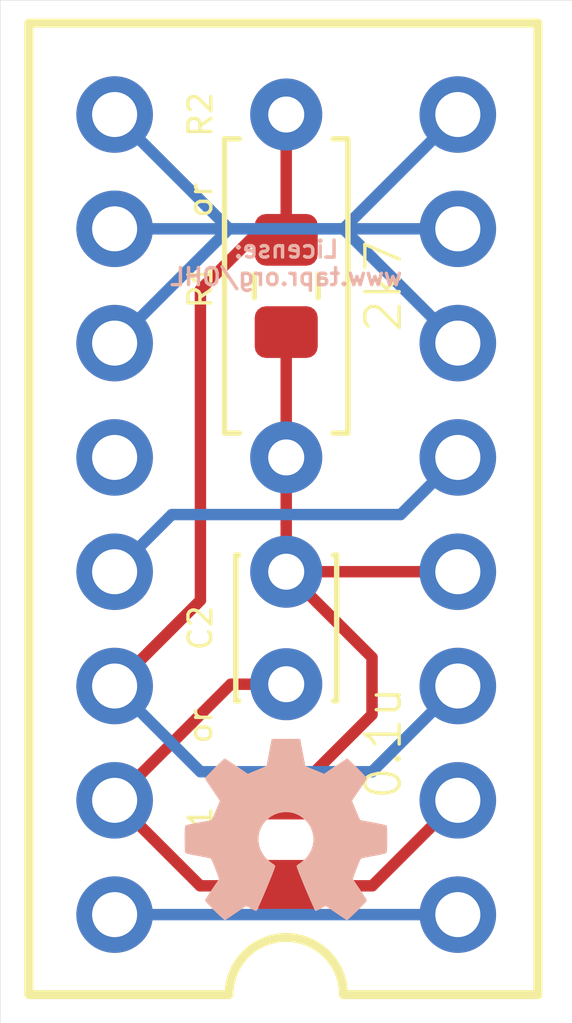
<source format=kicad_pcb>
(kicad_pcb (version 20171130) (host pcbnew "(5.1.2)-1")

  (general
    (thickness 1.6)
    (drawings 13)
    (tracks 34)
    (zones 0)
    (modules 7)
    (nets 8)
  )

  (page A4)
  (layers
    (0 F.Cu signal)
    (31 B.Cu signal)
    (33 F.Adhes user)
    (36 B.SilkS user hide)
    (37 F.SilkS user)
    (38 B.Mask user hide)
    (39 F.Mask user hide)
    (40 Dwgs.User user hide)
    (41 Cmts.User user hide)
    (42 Eco1.User user hide)
    (43 Eco2.User user hide)
    (44 Edge.Cuts user)
    (45 Margin user hide)
    (46 B.CrtYd user hide)
    (47 F.CrtYd user hide)
    (48 B.Fab user hide)
    (49 F.Fab user hide)
  )

  (setup
    (last_trace_width 0.1524)
    (user_trace_width 0.254)
    (user_trace_width 1.27)
    (trace_clearance 0.1524)
    (zone_clearance 0.508)
    (zone_45_only no)
    (trace_min 0.1524)
    (via_size 0.508)
    (via_drill 0.254)
    (via_min_size 0.508)
    (via_min_drill 0.254)
    (uvia_size 0.508)
    (uvia_drill 0.254)
    (uvias_allowed no)
    (uvia_min_size 0.2)
    (uvia_min_drill 0.1)
    (edge_width 0.15)
    (segment_width 0.2)
    (pcb_text_width 0.3)
    (pcb_text_size 1.5 1.5)
    (mod_edge_width 0.15)
    (mod_text_size 1 1)
    (mod_text_width 0.15)
    (pad_size 1.7 1.7)
    (pad_drill 1)
    (pad_to_mask_clearance 0.0508)
    (aux_axis_origin 0 0)
    (visible_elements 7FFFEFFF)
    (pcbplotparams
      (layerselection 0x010f0_ffffffff)
      (usegerberextensions false)
      (usegerberattributes false)
      (usegerberadvancedattributes false)
      (creategerberjobfile false)
      (excludeedgelayer true)
      (linewidth 0.100000)
      (plotframeref false)
      (viasonmask false)
      (mode 1)
      (useauxorigin false)
      (hpglpennumber 1)
      (hpglpenspeed 20)
      (hpglpendiameter 15.000000)
      (psnegative false)
      (psa4output false)
      (plotreference true)
      (plotvalue true)
      (plotinvisibletext false)
      (padsonsilk false)
      (subtractmaskfromsilk false)
      (outputformat 1)
      (mirror false)
      (drillshape 0)
      (scaleselection 1)
      (outputdirectory "gerber/"))
  )

  (net 0 "")
  (net 1 /HT)
  (net 2 /MIC)
  (net 3 /GND)
  (net 4 "Net-(J1-Pad4)")
  (net 5 /PTT)
  (net 6 /SPK)
  (net 7 /PWR)

  (net_class Default "This is the default net class."
    (clearance 0.1524)
    (trace_width 0.1524)
    (via_dia 0.508)
    (via_drill 0.254)
    (uvia_dia 0.508)
    (uvia_drill 0.254)
    (diff_pair_width 1.524)
    (diff_pair_gap 0.1524)
    (add_net /GND)
    (add_net /HT)
    (add_net /MIC)
    (add_net /PTT)
    (add_net /PWR)
    (add_net /SPK)
    (add_net "Net-(J1-Pad4)")
  )

  (module Symbol:OSHW-Logo_5.7x6mm_SilkScreen (layer B.Cu) (tedit 5D941DC9) (tstamp 5D918372)
    (at 29.21 42.291 180)
    (descr "Open Source Hardware Logo")
    (tags "Logo OSHW")
    (attr virtual)
    (fp_text reference REF** (at 0 0 180) (layer B.SilkS) hide
      (effects (font (size 1 1) (thickness 0.15)) (justify mirror))
    )
    (fp_text value OSHW-Logo_5.7x6mm_SilkScreen (at 1.27 4.445 180) (layer B.Fab) hide
      (effects (font (size 1 1) (thickness 0.15)) (justify mirror))
    )
    (fp_poly (pts (xy 0.376964 2.709982) (xy 0.433812 2.40843) (xy 0.853338 2.235488) (xy 1.104984 2.406605)
      (xy 1.175458 2.45425) (xy 1.239163 2.49679) (xy 1.293126 2.532285) (xy 1.334373 2.55879)
      (xy 1.359934 2.574364) (xy 1.366895 2.577722) (xy 1.379435 2.569086) (xy 1.406231 2.545208)
      (xy 1.44428 2.509141) (xy 1.490579 2.463933) (xy 1.542123 2.412636) (xy 1.595909 2.358299)
      (xy 1.648935 2.303972) (xy 1.698195 2.252705) (xy 1.740687 2.207549) (xy 1.773407 2.171554)
      (xy 1.793351 2.14777) (xy 1.798119 2.13981) (xy 1.791257 2.125135) (xy 1.77202 2.092986)
      (xy 1.74243 2.046508) (xy 1.70451 1.988844) (xy 1.660282 1.92314) (xy 1.634654 1.885664)
      (xy 1.587941 1.817232) (xy 1.546432 1.75548) (xy 1.51214 1.703481) (xy 1.48708 1.664308)
      (xy 1.473264 1.641035) (xy 1.471188 1.636145) (xy 1.475895 1.622245) (xy 1.488723 1.58985)
      (xy 1.507738 1.543515) (xy 1.531003 1.487794) (xy 1.556584 1.427242) (xy 1.582545 1.366414)
      (xy 1.60695 1.309864) (xy 1.627863 1.262148) (xy 1.643349 1.227819) (xy 1.651472 1.211432)
      (xy 1.651952 1.210788) (xy 1.664707 1.207659) (xy 1.698677 1.200679) (xy 1.75034 1.190533)
      (xy 1.816176 1.177908) (xy 1.892664 1.163491) (xy 1.93729 1.155177) (xy 2.019021 1.139616)
      (xy 2.092843 1.124808) (xy 2.155021 1.111564) (xy 2.201822 1.100695) (xy 2.229509 1.093011)
      (xy 2.235074 1.090573) (xy 2.240526 1.07407) (xy 2.244924 1.0368) (xy 2.248272 0.98312)
      (xy 2.250574 0.917388) (xy 2.251832 0.843963) (xy 2.252048 0.767204) (xy 2.251227 0.691468)
      (xy 2.249371 0.621114) (xy 2.246482 0.5605) (xy 2.242565 0.513984) (xy 2.237622 0.485925)
      (xy 2.234657 0.480084) (xy 2.216934 0.473083) (xy 2.179381 0.463073) (xy 2.126964 0.451231)
      (xy 2.064652 0.438733) (xy 2.0429 0.43469) (xy 1.938024 0.41548) (xy 1.85518 0.400009)
      (xy 1.79163 0.387663) (xy 1.744637 0.377827) (xy 1.711463 0.369886) (xy 1.689371 0.363224)
      (xy 1.675624 0.357227) (xy 1.667484 0.351281) (xy 1.666345 0.350106) (xy 1.654977 0.331174)
      (xy 1.637635 0.294331) (xy 1.61605 0.244087) (xy 1.591954 0.184954) (xy 1.567079 0.121444)
      (xy 1.543157 0.058068) (xy 1.521919 -0.000662) (xy 1.505097 -0.050235) (xy 1.494422 -0.086139)
      (xy 1.491627 -0.103862) (xy 1.49186 -0.104483) (xy 1.501331 -0.11897) (xy 1.522818 -0.150844)
      (xy 1.554063 -0.196789) (xy 1.592807 -0.253485) (xy 1.636793 -0.317617) (xy 1.649319 -0.335842)
      (xy 1.693984 -0.401914) (xy 1.733288 -0.4622) (xy 1.765088 -0.513235) (xy 1.787245 -0.55156)
      (xy 1.797617 -0.573711) (xy 1.798119 -0.576432) (xy 1.789405 -0.590736) (xy 1.765325 -0.619072)
      (xy 1.728976 -0.658396) (xy 1.683453 -0.705661) (xy 1.631852 -0.757823) (xy 1.577267 -0.811835)
      (xy 1.522794 -0.864653) (xy 1.471529 -0.913231) (xy 1.426567 -0.954523) (xy 1.391004 -0.985485)
      (xy 1.367935 -1.00307) (xy 1.361554 -1.005941) (xy 1.346699 -0.999178) (xy 1.316286 -0.980939)
      (xy 1.275268 -0.954297) (xy 1.243709 -0.932852) (xy 1.186525 -0.893503) (xy 1.118806 -0.847171)
      (xy 1.05088 -0.800913) (xy 1.014361 -0.776155) (xy 0.890752 -0.692547) (xy 0.786991 -0.74865)
      (xy 0.73972 -0.773228) (xy 0.699523 -0.792331) (xy 0.672326 -0.803227) (xy 0.665402 -0.804743)
      (xy 0.657077 -0.793549) (xy 0.640654 -0.761917) (xy 0.617357 -0.712765) (xy 0.588414 -0.64901)
      (xy 0.55505 -0.573571) (xy 0.518491 -0.489364) (xy 0.479964 -0.399308) (xy 0.440694 -0.306321)
      (xy 0.401908 -0.21332) (xy 0.36483 -0.123223) (xy 0.330689 -0.038948) (xy 0.300708 0.036587)
      (xy 0.276116 0.100466) (xy 0.258136 0.149769) (xy 0.247997 0.181579) (xy 0.246366 0.192504)
      (xy 0.259291 0.206439) (xy 0.287589 0.22906) (xy 0.325346 0.255667) (xy 0.328515 0.257772)
      (xy 0.4261 0.335886) (xy 0.504786 0.427018) (xy 0.563891 0.528255) (xy 0.602732 0.636682)
      (xy 0.620628 0.749386) (xy 0.616897 0.863452) (xy 0.590857 0.975966) (xy 0.541825 1.084015)
      (xy 0.5274 1.107655) (xy 0.452369 1.203113) (xy 0.36373 1.279768) (xy 0.264549 1.33722)
      (xy 0.157895 1.375071) (xy 0.046836 1.392922) (xy -0.065561 1.390375) (xy -0.176227 1.36703)
      (xy -0.282094 1.32249) (xy -0.380095 1.256355) (xy -0.41041 1.229513) (xy -0.487562 1.145488)
      (xy -0.543782 1.057034) (xy -0.582347 0.957885) (xy -0.603826 0.859697) (xy -0.609128 0.749303)
      (xy -0.591448 0.63836) (xy -0.552581 0.530619) (xy -0.494323 0.429831) (xy -0.418469 0.339744)
      (xy -0.326817 0.264108) (xy -0.314772 0.256136) (xy -0.276611 0.230026) (xy -0.247601 0.207405)
      (xy -0.233732 0.192961) (xy -0.233531 0.192504) (xy -0.236508 0.176879) (xy -0.248311 0.141418)
      (xy -0.267714 0.089038) (xy -0.293488 0.022655) (xy -0.324409 -0.054814) (xy -0.359249 -0.14045)
      (xy -0.396783 -0.231337) (xy -0.435783 -0.324559) (xy -0.475023 -0.417197) (xy -0.513276 -0.506335)
      (xy -0.549317 -0.589055) (xy -0.581917 -0.662441) (xy -0.609852 -0.723575) (xy -0.631895 -0.769541)
      (xy -0.646818 -0.797421) (xy -0.652828 -0.804743) (xy -0.671191 -0.799041) (xy -0.705552 -0.783749)
      (xy -0.749984 -0.761599) (xy -0.774417 -0.74865) (xy -0.878178 -0.692547) (xy -1.001787 -0.776155)
      (xy -1.064886 -0.818987) (xy -1.13397 -0.866122) (xy -1.198707 -0.910503) (xy -1.231134 -0.932852)
      (xy -1.276741 -0.963477) (xy -1.31536 -0.987747) (xy -1.341952 -1.002587) (xy -1.35059 -1.005724)
      (xy -1.363161 -0.997261) (xy -1.390984 -0.973636) (xy -1.431361 -0.937302) (xy -1.481595 -0.890711)
      (xy -1.538988 -0.836317) (xy -1.575286 -0.801392) (xy -1.63879 -0.738996) (xy -1.693673 -0.683188)
      (xy -1.737714 -0.636354) (xy -1.768695 -0.600882) (xy -1.784398 -0.579161) (xy -1.785905 -0.574752)
      (xy -1.778914 -0.557985) (xy -1.759594 -0.524082) (xy -1.730091 -0.476476) (xy -1.692545 -0.418599)
      (xy -1.6491 -0.353884) (xy -1.636745 -0.335842) (xy -1.591727 -0.270267) (xy -1.55134 -0.211228)
      (xy -1.51784 -0.162042) (xy -1.493486 -0.126028) (xy -1.480536 -0.106502) (xy -1.479285 -0.104483)
      (xy -1.481156 -0.088922) (xy -1.491087 -0.054709) (xy -1.507347 -0.006355) (xy -1.528205 0.051629)
      (xy -1.551927 0.11473) (xy -1.576784 0.178437) (xy -1.601042 0.238239) (xy -1.622971 0.289624)
      (xy -1.640838 0.328081) (xy -1.652913 0.349098) (xy -1.653771 0.350106) (xy -1.661154 0.356112)
      (xy -1.673625 0.362052) (xy -1.69392 0.36854) (xy -1.724778 0.376191) (xy -1.768934 0.38562)
      (xy -1.829126 0.397441) (xy -1.908093 0.412271) (xy -2.00857 0.430723) (xy -2.030325 0.43469)
      (xy -2.094802 0.447147) (xy -2.151011 0.459334) (xy -2.193987 0.470074) (xy -2.21876 0.478191)
      (xy -2.222082 0.480084) (xy -2.227556 0.496862) (xy -2.232006 0.534355) (xy -2.235428 0.588206)
      (xy -2.237819 0.654056) (xy -2.239177 0.727547) (xy -2.239499 0.80432) (xy -2.238781 0.880017)
      (xy -2.237021 0.95028) (xy -2.234216 1.01075) (xy -2.230362 1.05707) (xy -2.225457 1.084881)
      (xy -2.2225 1.090573) (xy -2.206037 1.096314) (xy -2.168551 1.105655) (xy -2.113775 1.117785)
      (xy -2.045445 1.131893) (xy -1.967294 1.14717) (xy -1.924716 1.155177) (xy -1.843929 1.170279)
      (xy -1.771887 1.18396) (xy -1.712111 1.195533) (xy -1.668121 1.204313) (xy -1.643439 1.209613)
      (xy -1.639377 1.210788) (xy -1.632511 1.224035) (xy -1.617998 1.255943) (xy -1.597771 1.301953)
      (xy -1.573766 1.357508) (xy -1.547918 1.418047) (xy -1.52216 1.479014) (xy -1.498427 1.535849)
      (xy -1.478654 1.583994) (xy -1.464776 1.61889) (xy -1.458726 1.635979) (xy -1.458614 1.636726)
      (xy -1.465472 1.650207) (xy -1.484698 1.68123) (xy -1.514272 1.726711) (xy -1.552173 1.783568)
      (xy -1.59638 1.848717) (xy -1.622079 1.886138) (xy -1.668907 1.954753) (xy -1.710499 2.017048)
      (xy -1.744825 2.069871) (xy -1.769857 2.110073) (xy -1.783565 2.1345) (xy -1.785544 2.139976)
      (xy -1.777034 2.152722) (xy -1.753507 2.179937) (xy -1.717968 2.218572) (xy -1.673423 2.265577)
      (xy -1.622877 2.317905) (xy -1.569336 2.372505) (xy -1.515805 2.42633) (xy -1.465289 2.47633)
      (xy -1.420794 2.519457) (xy -1.385325 2.552661) (xy -1.361887 2.572894) (xy -1.354046 2.577722)
      (xy -1.34128 2.570933) (xy -1.310744 2.551858) (xy -1.26541 2.522439) (xy -1.208244 2.484619)
      (xy -1.142216 2.440339) (xy -1.09241 2.406605) (xy -0.840764 2.235488) (xy -0.631001 2.321959)
      (xy -0.421237 2.40843) (xy -0.364389 2.709982) (xy -0.30754 3.011534) (xy 0.320115 3.011534)
      (xy 0.376964 2.709982)) (layer B.SilkS) (width 0.01))
  )

  (module Connector_PinHeader_2.54mm:PinHeader_1x08_P2.54mm_Vertical (layer F.Cu) (tedit 5D941814) (tstamp 5BF962C6)
    (at 33.02 43.18 180)
    (descr "Through hole straight pin header, 1x08, 2.54mm pitch, single row")
    (tags "Through hole pin header THT 1x08 2.54mm single row")
    (path /5BD4A707)
    (fp_text reference J2 (at 0 -2.33 180) (layer F.Fab) hide
      (effects (font (size 1 1) (thickness 0.15)))
    )
    (fp_text value RJ45 (at 0 20.11 180) (layer F.Fab)
      (effects (font (size 1 1) (thickness 0.15)))
    )
    (fp_text user %R (at 0 8.89 270) (layer F.Fab)
      (effects (font (size 1 1) (thickness 0.15)))
    )
    (fp_line (start 1.8 -1.8) (end -1.8 -1.8) (layer F.CrtYd) (width 0.05))
    (fp_line (start 1.8 19.55) (end 1.8 -1.8) (layer F.CrtYd) (width 0.05))
    (fp_line (start -1.8 19.55) (end 1.8 19.55) (layer F.CrtYd) (width 0.05))
    (fp_line (start -1.8 -1.8) (end -1.8 19.55) (layer F.CrtYd) (width 0.05))
    (fp_line (start -1.27 -0.635) (end -0.635 -1.27) (layer F.Fab) (width 0.1))
    (fp_line (start -1.27 19.05) (end -1.27 -0.635) (layer F.Fab) (width 0.1))
    (fp_line (start 1.27 19.05) (end -1.27 19.05) (layer F.Fab) (width 0.1))
    (fp_line (start 1.27 -1.27) (end 1.27 19.05) (layer F.Fab) (width 0.1))
    (fp_line (start -0.635 -1.27) (end 1.27 -1.27) (layer F.Fab) (width 0.1))
    (pad 8 thru_hole oval (at 0 17.78 180) (size 1.7 1.7) (drill 1) (layers *.Cu *.Mask)
      (net 3 /GND))
    (pad 7 thru_hole oval (at 0 15.24 180) (size 1.7 1.7) (drill 1) (layers *.Cu *.Mask)
      (net 3 /GND))
    (pad 6 thru_hole oval (at 0 12.7 180) (size 1.7 1.7) (drill 1) (layers *.Cu *.Mask)
      (net 3 /GND))
    (pad 5 thru_hole oval (at 0 10.16 180) (size 1.7 1.7) (drill 1) (layers *.Cu *.Mask)
      (net 7 /PWR))
    (pad 4 thru_hole oval (at 0 7.62 180) (size 1.7 1.7) (drill 1) (layers *.Cu *.Mask)
      (net 1 /HT))
    (pad 3 thru_hole oval (at 0 5.08 180) (size 1.7 1.7) (drill 1) (layers *.Cu *.Mask)
      (net 5 /PTT))
    (pad 2 thru_hole oval (at 0 2.54 180) (size 1.7 1.7) (drill 1) (layers *.Cu *.Mask)
      (net 2 /MIC))
    (pad 1 thru_hole circle (at 0 0 180) (size 1.7 1.7) (drill 1) (layers *.Cu *.Mask)
      (net 6 /SPK))
    (model ${KIPRJMOD}/3dmodels/PinHeader_1x08_P2.54mm_Vertical_Circular.stp
      (offset (xyz 0 -8.890000000000001 -1.651))
      (scale (xyz 1 1 1))
      (rotate (xyz 90 0 90))
    )
  )

  (module Connector_PinHeader_2.54mm:PinHeader_1x08_P2.54mm_Vertical (layer F.Cu) (tedit 5D9417F7) (tstamp 5BF96317)
    (at 25.4 25.4)
    (descr "Through hole straight pin header, 1x08, 2.54mm pitch, single row")
    (tags "Through hole pin header THT 1x08 2.54mm single row")
    (path /5BD4A6A0)
    (fp_text reference J1 (at 0 -2.33) (layer F.Fab) hide
      (effects (font (size 1 1) (thickness 0.15)))
    )
    (fp_text value Signalink (at 0 20.11) (layer F.Fab)
      (effects (font (size 1 1) (thickness 0.15)))
    )
    (fp_text user %R (at 0 8.89 90) (layer F.Fab)
      (effects (font (size 1 1) (thickness 0.15)))
    )
    (fp_line (start 1.8 -1.8) (end -1.8 -1.8) (layer F.CrtYd) (width 0.05))
    (fp_line (start 1.8 19.55) (end 1.8 -1.8) (layer F.CrtYd) (width 0.05))
    (fp_line (start -1.8 19.55) (end 1.8 19.55) (layer F.CrtYd) (width 0.05))
    (fp_line (start -1.8 -1.8) (end -1.8 19.55) (layer F.CrtYd) (width 0.05))
    (fp_line (start -1.27 -0.635) (end -0.635 -1.27) (layer F.Fab) (width 0.1))
    (fp_line (start -1.27 19.05) (end -1.27 -0.635) (layer F.Fab) (width 0.1))
    (fp_line (start 1.27 19.05) (end -1.27 19.05) (layer F.Fab) (width 0.1))
    (fp_line (start 1.27 -1.27) (end 1.27 19.05) (layer F.Fab) (width 0.1))
    (fp_line (start -0.635 -1.27) (end 1.27 -1.27) (layer F.Fab) (width 0.1))
    (pad 8 thru_hole oval (at 0 17.78) (size 1.7 1.7) (drill 1) (layers *.Cu *.Mask)
      (net 6 /SPK))
    (pad 7 thru_hole oval (at 0 15.24) (size 1.7 1.7) (drill 1) (layers *.Cu *.Mask)
      (net 2 /MIC))
    (pad 6 thru_hole oval (at 0 12.7) (size 1.7 1.7) (drill 1) (layers *.Cu *.Mask)
      (net 5 /PTT))
    (pad 5 thru_hole oval (at 0 10.16) (size 1.7 1.7) (drill 1) (layers *.Cu *.Mask)
      (net 7 /PWR))
    (pad 4 thru_hole oval (at 0 7.62) (size 1.7 1.7) (drill 1) (layers *.Cu *.Mask)
      (net 4 "Net-(J1-Pad4)"))
    (pad 3 thru_hole oval (at 0 5.08) (size 1.7 1.7) (drill 1) (layers *.Cu *.Mask)
      (net 3 /GND))
    (pad 2 thru_hole oval (at 0 2.54) (size 1.7 1.7) (drill 1) (layers *.Cu *.Mask)
      (net 3 /GND))
    (pad 1 thru_hole circle (at 0 0) (size 1.7 1.7) (drill 1) (layers *.Cu *.Mask)
      (net 3 /GND))
    (model ${KIPRJMOD}/3dmodels/PinHeader_1x08_P2.54mm_Vertical_Circular.stp
      (offset (xyz 0 -8.890000000000001 -1.651))
      (scale (xyz 1 1 1))
      (rotate (xyz 90 0 90))
    )
  )

  (module Resistor_SMD:R_0805_2012Metric_Pad1.15x1.40mm_HandSolder (layer F.Cu) (tedit 5B36C52B) (tstamp 5D92DCB2)
    (at 29.21 29.21 90)
    (descr "Resistor SMD 0805 (2012 Metric), square (rectangular) end terminal, IPC_7351 nominal with elongated pad for handsoldering. (Body size source: https://docs.google.com/spreadsheets/d/1BsfQQcO9C6DZCsRaXUlFlo91Tg2WpOkGARC1WS5S8t0/edit?usp=sharing), generated with kicad-footprint-generator")
    (tags "resistor handsolder")
    (path /5BD4AEA8)
    (attr smd)
    (fp_text reference R1 (at 0 -1.905 90) (layer F.SilkS)
      (effects (font (size 0.508 0.508) (thickness 0.0762)))
    )
    (fp_text value 2k7 (at 0 2.159 90) (layer F.SilkS)
      (effects (font (size 0.762 0.762) (thickness 0.0762)))
    )
    (fp_text user %R (at 0 0 90) (layer F.Fab)
      (effects (font (size 0.5 0.5) (thickness 0.08)))
    )
    (fp_line (start 1.85 0.95) (end -1.85 0.95) (layer F.CrtYd) (width 0.05))
    (fp_line (start 1.85 -0.95) (end 1.85 0.95) (layer F.CrtYd) (width 0.05))
    (fp_line (start -1.85 -0.95) (end 1.85 -0.95) (layer F.CrtYd) (width 0.05))
    (fp_line (start -1.85 0.95) (end -1.85 -0.95) (layer F.CrtYd) (width 0.05))
    (fp_line (start -0.261252 0.71) (end 0.261252 0.71) (layer F.SilkS) (width 0.12))
    (fp_line (start -0.261252 -0.71) (end 0.261252 -0.71) (layer F.SilkS) (width 0.12))
    (fp_line (start 1 0.6) (end -1 0.6) (layer F.Fab) (width 0.1))
    (fp_line (start 1 -0.6) (end 1 0.6) (layer F.Fab) (width 0.1))
    (fp_line (start -1 -0.6) (end 1 -0.6) (layer F.Fab) (width 0.1))
    (fp_line (start -1 0.6) (end -1 -0.6) (layer F.Fab) (width 0.1))
    (pad 2 smd roundrect (at 1.025 0 90) (size 1.15 1.4) (layers F.Cu F.Paste F.Mask) (roundrect_rratio 0.217391)
      (net 5 /PTT))
    (pad 1 smd roundrect (at -1.025 0 90) (size 1.15 1.4) (layers F.Cu F.Paste F.Mask) (roundrect_rratio 0.217391)
      (net 1 /HT))
    (model ${KISYS3DMOD}/Resistor_SMD.3dshapes/R_0805_2012Metric.wrl
      (at (xyz 0 0 0))
      (scale (xyz 1 1 1))
      (rotate (xyz 0 0 0))
    )
    (model ${KIPRJMOD}/3dmodels/R_0805_2012Metric.wrl
      (at (xyz 0 0 0))
      (scale (xyz 1 1 1))
      (rotate (xyz 0 0 0))
    )
  )

  (module Capacitor_SMD:C_0805_2012Metric_Pad1.15x1.40mm_HandSolder (layer F.Cu) (tedit 5B36C52B) (tstamp 5D908787)
    (at 29.21 41.515 270)
    (descr "Capacitor SMD 0805 (2012 Metric), square (rectangular) end terminal, IPC_7351 nominal with elongated pad for handsoldering. (Body size source: https://docs.google.com/spreadsheets/d/1BsfQQcO9C6DZCsRaXUlFlo91Tg2WpOkGARC1WS5S8t0/edit?usp=sharing), generated with kicad-footprint-generator")
    (tags "capacitor handsolder")
    (path /5BD4ABDD)
    (attr smd)
    (fp_text reference C1 (at -0.24 1.905 90) (layer F.SilkS)
      (effects (font (size 0.508 0.508) (thickness 0.0762)))
    )
    (fp_text value 0.1u (at -2.145 -2.159 90) (layer F.SilkS)
      (effects (font (size 0.762 0.762) (thickness 0.0762)))
    )
    (fp_text user %R (at 0 0 90) (layer F.Fab)
      (effects (font (size 0.5 0.5) (thickness 0.08)))
    )
    (fp_line (start 1.85 0.95) (end -1.85 0.95) (layer F.CrtYd) (width 0.05))
    (fp_line (start 1.85 -0.95) (end 1.85 0.95) (layer F.CrtYd) (width 0.05))
    (fp_line (start -1.85 -0.95) (end 1.85 -0.95) (layer F.CrtYd) (width 0.05))
    (fp_line (start -1.85 0.95) (end -1.85 -0.95) (layer F.CrtYd) (width 0.05))
    (fp_line (start -0.261252 0.71) (end 0.261252 0.71) (layer F.SilkS) (width 0.12))
    (fp_line (start -0.261252 -0.71) (end 0.261252 -0.71) (layer F.SilkS) (width 0.12))
    (fp_line (start 1 0.6) (end -1 0.6) (layer F.Fab) (width 0.1))
    (fp_line (start 1 -0.6) (end 1 0.6) (layer F.Fab) (width 0.1))
    (fp_line (start -1 -0.6) (end 1 -0.6) (layer F.Fab) (width 0.1))
    (fp_line (start -1 0.6) (end -1 -0.6) (layer F.Fab) (width 0.1))
    (pad 2 smd roundrect (at 1.025 0 270) (size 1.15 1.4) (layers F.Cu F.Paste F.Mask) (roundrect_rratio 0.217391)
      (net 2 /MIC))
    (pad 1 smd roundrect (at -1.025 0 270) (size 1.15 1.4) (layers F.Cu F.Paste F.Mask) (roundrect_rratio 0.217391)
      (net 1 /HT))
    (model ${KIPRJMOD}/3dmodels/C_0805_2012Metric.wrl
      (at (xyz 0 0 0))
      (scale (xyz 1 1 1))
      (rotate (xyz 0 0 0))
    )
  )

  (module Capacitor_THT:C_Disc_D3.0mm_W2.0mm_P2.50mm (layer F.Cu) (tedit 5AE50EF0) (tstamp 5D905D1C)
    (at 29.21 35.56 270)
    (descr "C, Disc series, Radial, pin pitch=2.50mm, , diameter*width=3*2mm^2, Capacitor")
    (tags "C Disc series Radial pin pitch 2.50mm  diameter 3mm width 2mm Capacitor")
    (path /5D9018F4)
    (fp_text reference C2 (at 1.25 1.905 90) (layer F.SilkS)
      (effects (font (size 0.508 0.508) (thickness 0.0762)))
    )
    (fp_text value 0.1u (at 1.25 2.25 90) (layer F.Fab)
      (effects (font (size 1 1) (thickness 0.15)))
    )
    (fp_text user %R (at 1.25 0 90) (layer F.Fab)
      (effects (font (size 0.6 0.6) (thickness 0.09)))
    )
    (fp_line (start 3.55 -1.25) (end -1.05 -1.25) (layer F.CrtYd) (width 0.05))
    (fp_line (start 3.55 1.25) (end 3.55 -1.25) (layer F.CrtYd) (width 0.05))
    (fp_line (start -1.05 1.25) (end 3.55 1.25) (layer F.CrtYd) (width 0.05))
    (fp_line (start -1.05 -1.25) (end -1.05 1.25) (layer F.CrtYd) (width 0.05))
    (fp_line (start 2.87 1.055) (end 2.87 1.12) (layer F.SilkS) (width 0.12))
    (fp_line (start 2.87 -1.12) (end 2.87 -1.055) (layer F.SilkS) (width 0.12))
    (fp_line (start -0.37 1.055) (end -0.37 1.12) (layer F.SilkS) (width 0.12))
    (fp_line (start -0.37 -1.12) (end -0.37 -1.055) (layer F.SilkS) (width 0.12))
    (fp_line (start -0.37 1.12) (end 2.87 1.12) (layer F.SilkS) (width 0.12))
    (fp_line (start -0.37 -1.12) (end 2.87 -1.12) (layer F.SilkS) (width 0.12))
    (fp_line (start 2.75 -1) (end -0.25 -1) (layer F.Fab) (width 0.1))
    (fp_line (start 2.75 1) (end 2.75 -1) (layer F.Fab) (width 0.1))
    (fp_line (start -0.25 1) (end 2.75 1) (layer F.Fab) (width 0.1))
    (fp_line (start -0.25 -1) (end -0.25 1) (layer F.Fab) (width 0.1))
    (pad 2 thru_hole circle (at 2.5 0 270) (size 1.6 1.6) (drill 0.8) (layers *.Cu *.Mask)
      (net 2 /MIC))
    (pad 1 thru_hole circle (at 0 0 270) (size 1.6 1.6) (drill 0.8) (layers *.Cu *.Mask)
      (net 1 /HT))
    (model ${KIPRJMOD}/3dmodels/C_Disc_D3.0mm_W2.0mm_P2.50mm.wrl
      (at (xyz 0 0 0))
      (scale (xyz 1 1 1))
      (rotate (xyz 0 0 0))
    )
  )

  (module Resistor_THT:R_Axial_DIN0207_L6.3mm_D2.5mm_P7.62mm_Horizontal (layer F.Cu) (tedit 5AE5139B) (tstamp 5D90898C)
    (at 29.21 33.02 90)
    (descr "Resistor, Axial_DIN0207 series, Axial, Horizontal, pin pitch=7.62mm, 0.25W = 1/4W, length*diameter=6.3*2.5mm^2, http://cdn-reichelt.de/documents/datenblatt/B400/1_4W%23YAG.pdf")
    (tags "Resistor Axial_DIN0207 series Axial Horizontal pin pitch 7.62mm 0.25W = 1/4W length 6.3mm diameter 2.5mm")
    (path /5D9018FA)
    (fp_text reference R2 (at 7.62 -1.905 90) (layer F.SilkS)
      (effects (font (size 0.508 0.508) (thickness 0.0762)))
    )
    (fp_text value 2k7 (at 3.81 2.37 90) (layer F.Fab)
      (effects (font (size 1 1) (thickness 0.15)))
    )
    (fp_text user %R (at 3.81 0 90) (layer F.Fab)
      (effects (font (size 1 1) (thickness 0.15)))
    )
    (fp_line (start 8.67 -1.5) (end -1.05 -1.5) (layer F.CrtYd) (width 0.05))
    (fp_line (start 8.67 1.5) (end 8.67 -1.5) (layer F.CrtYd) (width 0.05))
    (fp_line (start -1.05 1.5) (end 8.67 1.5) (layer F.CrtYd) (width 0.05))
    (fp_line (start -1.05 -1.5) (end -1.05 1.5) (layer F.CrtYd) (width 0.05))
    (fp_line (start 7.08 1.37) (end 7.08 1.04) (layer F.SilkS) (width 0.12))
    (fp_line (start 0.54 1.37) (end 7.08 1.37) (layer F.SilkS) (width 0.12))
    (fp_line (start 0.54 1.04) (end 0.54 1.37) (layer F.SilkS) (width 0.12))
    (fp_line (start 7.08 -1.37) (end 7.08 -1.04) (layer F.SilkS) (width 0.12))
    (fp_line (start 0.54 -1.37) (end 7.08 -1.37) (layer F.SilkS) (width 0.12))
    (fp_line (start 0.54 -1.04) (end 0.54 -1.37) (layer F.SilkS) (width 0.12))
    (fp_line (start 7.62 0) (end 6.96 0) (layer F.Fab) (width 0.1))
    (fp_line (start 0 0) (end 0.66 0) (layer F.Fab) (width 0.1))
    (fp_line (start 6.96 -1.25) (end 0.66 -1.25) (layer F.Fab) (width 0.1))
    (fp_line (start 6.96 1.25) (end 6.96 -1.25) (layer F.Fab) (width 0.1))
    (fp_line (start 0.66 1.25) (end 6.96 1.25) (layer F.Fab) (width 0.1))
    (fp_line (start 0.66 -1.25) (end 0.66 1.25) (layer F.Fab) (width 0.1))
    (pad 2 thru_hole oval (at 7.62 0 90) (size 1.6 1.6) (drill 0.8) (layers *.Cu *.Mask)
      (net 5 /PTT))
    (pad 1 thru_hole circle (at 0 0 90) (size 1.6 1.6) (drill 0.8) (layers *.Cu *.Mask)
      (net 1 /HT))
    (model ${KIPRJMOD}/3dmodels/R_Axial_DIN0207_L6.3mm_D2.5mm_P7.62mm_Horizontal.wrl
      (at (xyz 0 0 0))
      (scale (xyz 1 1 1))
      (rotate (xyz 0 0 0))
    )
  )

  (gr_text or (at 27.305 38.989 90) (layer F.SilkS) (tstamp 5D94762F)
    (effects (font (size 0.508 0.508) (thickness 0.0762)))
  )
  (gr_text or (at 27.305 27.305 90) (layer F.SilkS)
    (effects (font (size 0.508 0.508) (thickness 0.0762)))
  )
  (gr_text "License:\nwww.tapr.org/OHL" (at 29.21 28.702) (layer B.SilkS)
    (effects (font (size 0.381 0.381) (thickness 0.0762)) (justify mirror))
  )
  (gr_line (start 22.86 45.593) (end 22.86 22.86) (layer Edge.Cuts) (width 0.01))
  (gr_line (start 35.56 45.593) (end 22.86 45.593) (layer Edge.Cuts) (width 0.01))
  (gr_line (start 35.56 22.86) (end 35.56 45.593) (layer Edge.Cuts) (width 0.01))
  (gr_line (start 22.86 22.86) (end 35.56 22.86) (layer Edge.Cuts) (width 0.01))
  (gr_arc (start 29.21 44.958) (end 30.48 44.958) (angle -180) (layer F.SilkS) (width 0.2))
  (gr_line (start 34.798 44.958) (end 30.48 44.958) (layer F.SilkS) (width 0.2))
  (gr_line (start 34.798 23.368) (end 34.798 44.958) (layer F.SilkS) (width 0.2))
  (gr_line (start 23.495 23.368) (end 34.798 23.368) (layer F.SilkS) (width 0.2))
  (gr_line (start 23.495 44.958) (end 27.94 44.958) (layer F.SilkS) (width 0.2))
  (gr_line (start 23.495 23.368) (end 23.495 44.958) (layer F.SilkS) (width 0.2))

  (segment (start 31.115 37.465) (end 29.21 35.56) (width 0.254) (layer F.Cu) (net 1))
  (segment (start 29.21 40.64) (end 31.115 38.735) (width 0.254) (layer F.Cu) (net 1))
  (segment (start 31.115 38.735) (end 31.115 37.465) (width 0.254) (layer F.Cu) (net 1))
  (segment (start 29.21 34.506) (end 29.21 33.02) (width 0.254) (layer F.Cu) (net 1))
  (segment (start 29.21 35.56) (end 29.21 34.506) (width 0.254) (layer F.Cu) (net 1))
  (segment (start 29.21 30.085) (end 29.21 33.02) (width 0.254) (layer F.Cu) (net 1))
  (segment (start 29.21 35.56) (end 33.02 35.56) (width 0.254) (layer F.Cu) (net 1))
  (segment (start 27.98 38.06) (end 29.21 38.06) (width 0.254) (layer F.Cu) (net 2))
  (segment (start 25.4 40.64) (end 27.98 38.06) (width 0.254) (layer F.Cu) (net 2))
  (segment (start 27.3 42.54) (end 29.21 42.54) (width 0.254) (layer F.Cu) (net 2))
  (segment (start 25.4 40.64) (end 27.3 42.54) (width 0.254) (layer F.Cu) (net 2))
  (segment (start 31.12 42.54) (end 33.02 40.64) (width 0.254) (layer F.Cu) (net 2))
  (segment (start 29.21 42.54) (end 31.12 42.54) (width 0.254) (layer F.Cu) (net 2))
  (segment (start 32.170001 29.630001) (end 33.02 30.48) (width 0.254) (layer B.Cu) (net 3))
  (segment (start 30.48 27.94) (end 32.170001 29.630001) (width 0.254) (layer B.Cu) (net 3))
  (segment (start 25.4 30.48) (end 27.94 27.94) (width 0.254) (layer B.Cu) (net 3))
  (segment (start 27.305 27.305) (end 27.94 27.94) (width 0.254) (layer B.Cu) (net 3))
  (segment (start 25.4 25.4) (end 27.305 27.305) (width 0.254) (layer B.Cu) (net 3))
  (segment (start 31.115 27.305) (end 30.48 27.94) (width 0.254) (layer B.Cu) (net 3))
  (segment (start 33.02 25.4) (end 31.115 27.305) (width 0.254) (layer B.Cu) (net 3))
  (segment (start 27.94 27.94) (end 30.48 27.94) (width 0.254) (layer B.Cu) (net 3))
  (segment (start 25.4 27.94) (end 33.02 27.94) (width 0.254) (layer B.Cu) (net 3))
  (segment (start 29.21 25.4) (end 29.21 28.335) (width 0.254) (layer F.Cu) (net 5))
  (segment (start 25.4 38.1) (end 27.305 36.195) (width 0.254) (layer F.Cu) (net 5))
  (segment (start 25.4 38.1) (end 27.305 40.005) (width 0.254) (layer B.Cu) (net 5))
  (segment (start 31.115 40.005) (end 33.02 38.1) (width 0.254) (layer B.Cu) (net 5))
  (segment (start 27.305 40.005) (end 31.115 40.005) (width 0.254) (layer B.Cu) (net 5) (tstamp 5D908C4C))
  (segment (start 27.305 29.29) (end 27.305 36.195) (width 0.254) (layer F.Cu) (net 5))
  (segment (start 28.41 28.185) (end 27.305 29.29) (width 0.254) (layer F.Cu) (net 5))
  (segment (start 29.21 28.185) (end 28.41 28.185) (width 0.254) (layer F.Cu) (net 5))
  (segment (start 25.4 43.18) (end 33.02 43.18) (width 0.254) (layer B.Cu) (net 6))
  (segment (start 25.4 35.56) (end 26.67 34.29) (width 0.254) (layer B.Cu) (net 7))
  (segment (start 31.75 34.29) (end 33.02 33.02) (width 0.254) (layer B.Cu) (net 7))
  (segment (start 26.67 34.29) (end 31.75 34.29) (width 0.254) (layer B.Cu) (net 7) (tstamp 5D908D36))

)

</source>
